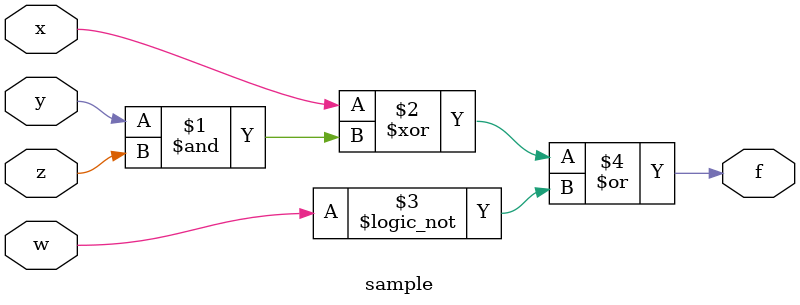
<source format=v>
module sample
(
  input x,y,z,w,
  output f
);
assign f = x ^ y&z | !w;
endmodule
</source>
